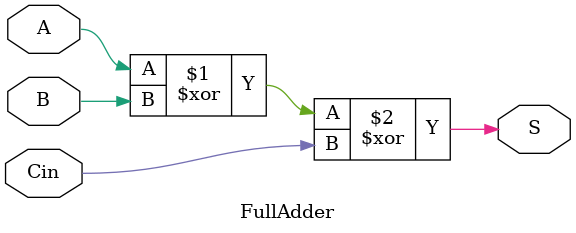
<source format=v>
`timescale 1ns / 1ps
module FullAdder(input wire A, B, Cin, output wire S);

  assign S = (A^B)^Cin;

endmodule

</source>
